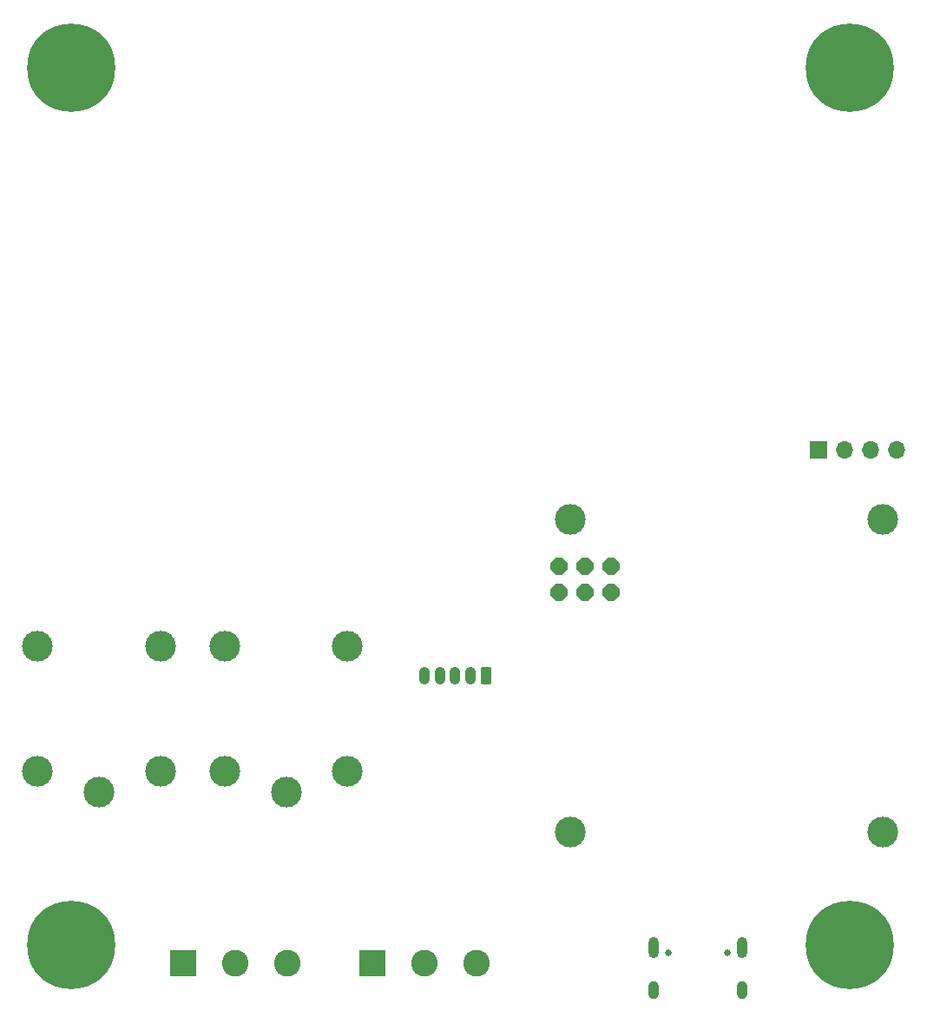
<source format=gbr>
%TF.GenerationSoftware,KiCad,Pcbnew,(7.0.0-0)*%
%TF.CreationDate,2023-03-25T06:26:20-04:00*%
%TF.ProjectId,KwartzLab-SensorBoard-Rev1,4b776172-747a-44c6-9162-2d53656e736f,1*%
%TF.SameCoordinates,Original*%
%TF.FileFunction,Soldermask,Bot*%
%TF.FilePolarity,Negative*%
%FSLAX46Y46*%
G04 Gerber Fmt 4.6, Leading zero omitted, Abs format (unit mm)*
G04 Created by KiCad (PCBNEW (7.0.0-0)) date 2023-03-25 06:26:20*
%MOMM*%
%LPD*%
G01*
G04 APERTURE LIST*
G04 Aperture macros list*
%AMRoundRect*
0 Rectangle with rounded corners*
0 $1 Rounding radius*
0 $2 $3 $4 $5 $6 $7 $8 $9 X,Y pos of 4 corners*
0 Add a 4 corners polygon primitive as box body*
4,1,4,$2,$3,$4,$5,$6,$7,$8,$9,$2,$3,0*
0 Add four circle primitives for the rounded corners*
1,1,$1+$1,$2,$3*
1,1,$1+$1,$4,$5*
1,1,$1+$1,$6,$7*
1,1,$1+$1,$8,$9*
0 Add four rect primitives between the rounded corners*
20,1,$1+$1,$2,$3,$4,$5,0*
20,1,$1+$1,$4,$5,$6,$7,0*
20,1,$1+$1,$6,$7,$8,$9,0*
20,1,$1+$1,$8,$9,$2,$3,0*%
%AMFreePoly0*
4,1,17,0.356937,0.810921,0.810921,0.356937,0.825800,0.321016,0.825800,-0.321016,0.810921,-0.356937,0.356937,-0.810921,0.321016,-0.825800,-0.321016,-0.825800,-0.356937,-0.810921,-0.810921,-0.356937,-0.825800,-0.321016,-0.825800,0.321016,-0.810921,0.356937,-0.356937,0.810921,-0.321016,0.825800,0.321016,0.825800,0.356937,0.810921,0.356937,0.810921,$1*%
G04 Aperture macros list end*
%ADD10C,0.900000*%
%ADD11C,8.600000*%
%ADD12R,1.700000X1.700000*%
%ADD13O,1.700000X1.700000*%
%ADD14RoundRect,0.250000X0.265000X0.615000X-0.265000X0.615000X-0.265000X-0.615000X0.265000X-0.615000X0*%
%ADD15O,1.030000X1.730000*%
%ADD16C,3.000000*%
%ADD17R,2.600000X2.600000*%
%ADD18C,2.600000*%
%ADD19FreePoly0,180.000000*%
%ADD20C,0.650000*%
%ADD21O,1.000000X2.100000*%
%ADD22O,1.000000X1.800000*%
G04 APERTURE END LIST*
D10*
%TO.C,H3*%
X169557188Y-66150000D03*
X170501769Y-63869581D03*
X170501769Y-68430419D03*
X172782188Y-62925000D03*
D11*
X172782188Y-66150000D03*
D10*
X172782188Y-69375000D03*
X175062607Y-63869581D03*
X175062607Y-68430419D03*
X176007188Y-66150000D03*
%TD*%
%TO.C,H1*%
X93600000Y-151650000D03*
X94544581Y-149369581D03*
X94544581Y-153930419D03*
X96825000Y-148425000D03*
D11*
X96825000Y-151650000D03*
D10*
X96825000Y-154875000D03*
X99105419Y-149369581D03*
X99105419Y-153930419D03*
X100050000Y-151650000D03*
%TD*%
D12*
%TO.C,J1*%
X169719999Y-103399999D03*
D13*
X172259999Y-103399999D03*
X174799999Y-103399999D03*
X177339999Y-103399999D03*
%TD*%
D10*
%TO.C,H4*%
X93600000Y-66150000D03*
X94544581Y-63869581D03*
X94544581Y-68430419D03*
X96825000Y-62925000D03*
D11*
X96825000Y-66150000D03*
D10*
X96825000Y-69375000D03*
X99105419Y-63869581D03*
X99105419Y-68430419D03*
X100050000Y-66150000D03*
%TD*%
D14*
%TO.C,J3*%
X137300000Y-125400000D03*
D15*
X135799999Y-125399999D03*
X134299999Y-125399999D03*
X132799999Y-125399999D03*
X131299999Y-125399999D03*
%TD*%
D16*
%TO.C,K2*%
X117800000Y-136700000D03*
X111800000Y-122500000D03*
X123800000Y-122500000D03*
X123800000Y-134700000D03*
X111800000Y-134700000D03*
%TD*%
D10*
%TO.C,H2*%
X169544581Y-151650000D03*
X170489162Y-149369581D03*
X170489162Y-153930419D03*
X172769581Y-148425000D03*
D11*
X172769581Y-151650000D03*
D10*
X172769581Y-154875000D03*
X175050000Y-149369581D03*
X175050000Y-153930419D03*
X175994581Y-151650000D03*
%TD*%
D17*
%TO.C,J6*%
X126214999Y-153399999D03*
D18*
X131295000Y-153400000D03*
X136375000Y-153400000D03*
%TD*%
D17*
%TO.C,J5*%
X107799999Y-153399999D03*
D18*
X112880000Y-153400000D03*
X117960000Y-153400000D03*
%TD*%
D16*
%TO.C,J4*%
X176023128Y-140594944D03*
X176023128Y-110114944D03*
X145543128Y-140594944D03*
X145543128Y-110114944D03*
D19*
X149482928Y-114684144D03*
X149482928Y-117224144D03*
X146942928Y-114684144D03*
X146942928Y-117224144D03*
X144402928Y-114684144D03*
X144402928Y-117224144D03*
%TD*%
D20*
%TO.C,J2*%
X155090000Y-152370000D03*
X160870000Y-152370000D03*
D21*
X153659999Y-151869999D03*
D22*
X153659999Y-156049999D03*
D21*
X162299999Y-151869999D03*
D22*
X162299999Y-156049999D03*
%TD*%
D16*
%TO.C,K1*%
X99550000Y-136700000D03*
X93550000Y-122500000D03*
X105550000Y-122500000D03*
X105550000Y-134700000D03*
X93550000Y-134700000D03*
%TD*%
M02*

</source>
